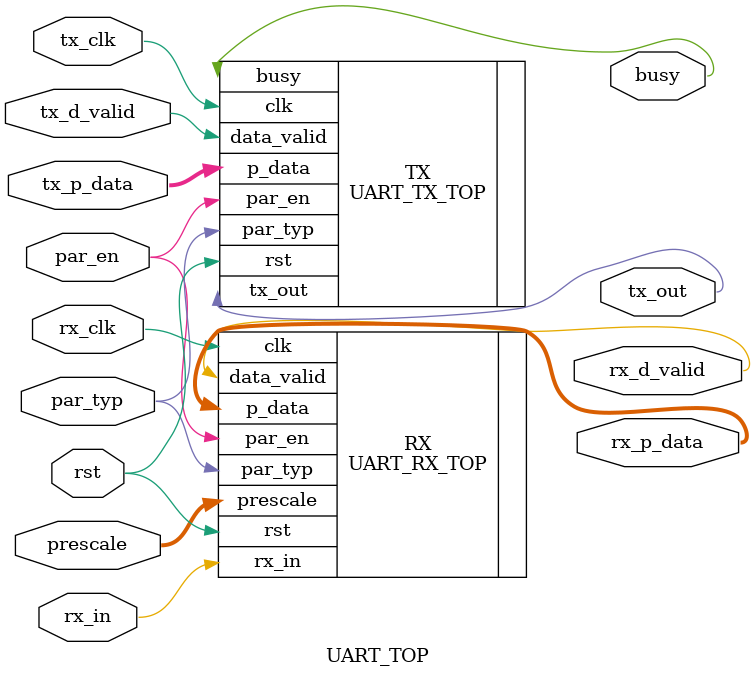
<source format=v>
module UART_TOP #(parameter DATA_WIDTH=8)(
	input rst,
	input wire tx_clk, 
	input wire par_en, par_typ,
	input wire tx_d_valid,
	input wire [DATA_WIDTH-1:0] tx_p_data,

	output wire busy, tx_out,

	input wire rx_clk,
	input wire [4:0] prescale,
	input wire rx_in,

	output wire [DATA_WIDTH-1:0] rx_p_data,
	output wire rx_d_valid
);

UART_RX_TOP RX (
	.clk(rx_clk),
	.rst(rst),
	.par_en(par_en),
	.par_typ(par_typ),
	.prescale(prescale),
	.rx_in(rx_in),

	.p_data(rx_p_data),
	.data_valid(rx_d_valid)
);

UART_TX_TOP TX (
	.clk(tx_clk),
	.rst(rst),
	.par_en(par_en),
	.par_typ(par_typ),
	.data_valid(tx_d_valid),
	.p_data(tx_p_data),

	.busy(busy),
	.tx_out(tx_out)
);

endmodule
</source>
